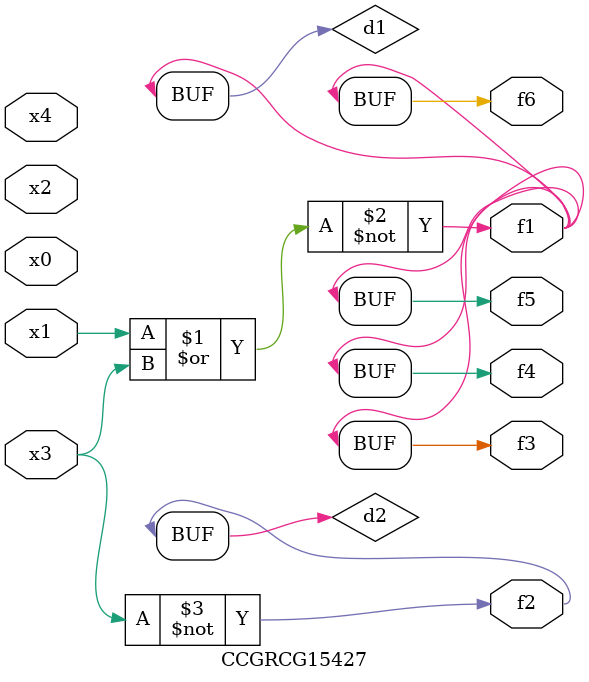
<source format=v>
module CCGRCG15427(
	input x0, x1, x2, x3, x4,
	output f1, f2, f3, f4, f5, f6
);

	wire d1, d2;

	nor (d1, x1, x3);
	not (d2, x3);
	assign f1 = d1;
	assign f2 = d2;
	assign f3 = d1;
	assign f4 = d1;
	assign f5 = d1;
	assign f6 = d1;
endmodule

</source>
